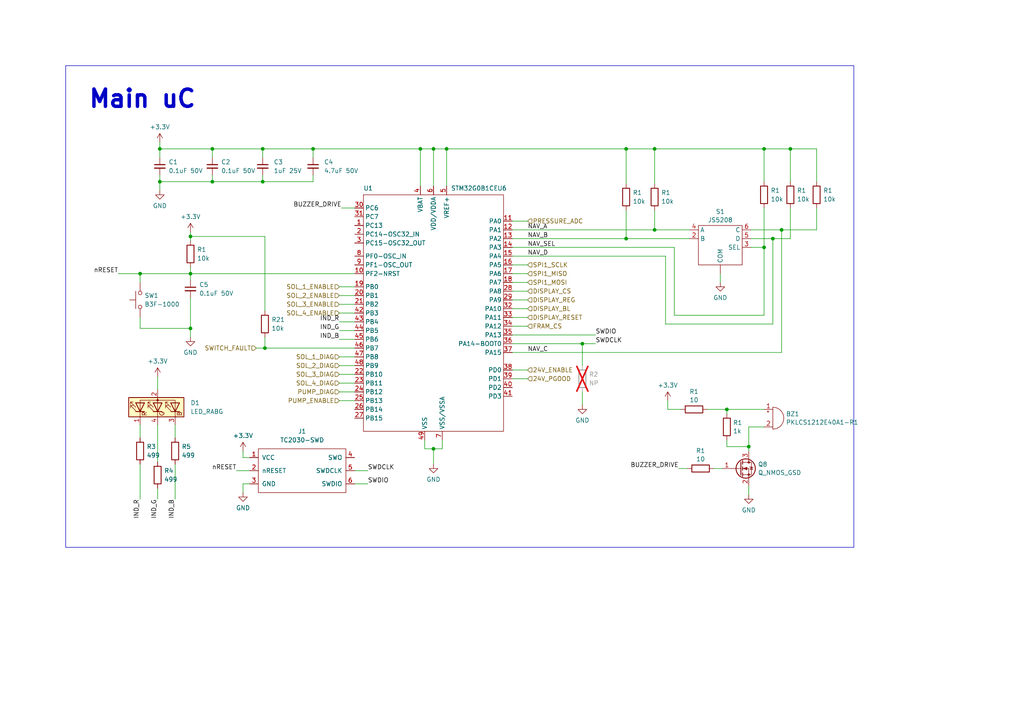
<source format=kicad_sch>
(kicad_sch (version 20230121) (generator eeschema)
  (paper "A4")
  (lib_symbols
    (symbol "Custom Parts:JS5208"
      (property "Reference" "S" (at 5.8 5.08 0))
      (property "Value" "JS5208" (at -2.54 5.08 0))
      (symbol "JS5208_0_1"
        (polyline (pts (xy -6.35 3.81) (xy -6.35 -7.62) (xy 6.35 -7.62) (xy 6.35 3.81) (xy -6.35 3.81)))
      )
      (symbol "JS5208_1_1"
        (pin input line (at 0 -10.16 90) (length 2.54) (name "COM") (number ""))
        (pin input line (at -8.89 0 0) (length 2.54) (name "B") (number "2"))
        (pin input line (at 8.89 -2.54 180) (length 2.54) (name "SEL") (number "3"))
        (pin input line (at -8.89 2.54 0) (length 2.54) (name "A") (number "4"))
        (pin input line (at 8.89 0 180) (length 2.54) (name "D") (number "5"))
        (pin input line (at 8.89 2.54 180) (length 2.54) (name "C") (number "6"))
      )
    )
    (symbol "Custom:STM32G0B1CEU6"
      (property "Reference" "U" (at -19.685 34.925 0))
      (property "Value" "STM32G0B1CEU6" (at 12.065 -33.655 0))
      (symbol "STM32G0B1CEU6_0_1"
        (polyline (pts (xy -20.32 33.02) (xy -20.32 -35.56)) (stroke (width 0.1524)))
        (polyline (pts (xy -20.32 33.02) (xy 20.32 33.02) (xy 20.32 -35.56) (xy -20.32 -35.56)) (stroke (width 0.1524)))
      )
      (symbol "STM32G0B1CEU6_1_1"
        (pin input line (at -22.86 24.13 0) (length 2.54) (name "PC13") (number "1"))
        (pin input line (at -22.86 10.16 0) (length 2.54) (name "PF2-NRST") (number "10"))
        (pin input line (at 22.86 25.4 180) (length 2.54) (name "PA0") (number "11"))
        (pin input line (at 22.86 22.86 180) (length 2.54) (name "PA1") (number "12"))
        (pin input line (at 22.86 20.32 180) (length 2.54) (name "PA2") (number "13"))
        (pin input line (at 22.86 17.78 180) (length 2.54) (name "PA3") (number "14"))
        (pin input line (at 22.86 15.24 180) (length 2.54) (name "PA4") (number "15"))
        (pin input line (at 22.86 12.7 180) (length 2.54) (name "PA5") (number "16"))
        (pin input line (at 22.86 10.16 180) (length 2.54) (name "PA6") (number "17"))
        (pin input line (at 22.86 7.62 180) (length 2.54) (name "PA7") (number "18"))
        (pin input line (at -22.86 6.35 0) (length 2.54) (name "PB0") (number "19"))
        (pin input line (at -22.86 21.59 0) (length 2.54) (name "PC14-OSC32_IN") (number "2"))
        (pin input line (at -22.86 3.81 0) (length 2.54) (name "PB1") (number "20"))
        (pin input line (at -22.86 1.27 0) (length 2.54) (name "PB2") (number "21"))
        (pin input line (at -22.86 -19.05 0) (length 2.54) (name "PB10") (number "22"))
        (pin input line (at -22.86 -21.59 0) (length 2.54) (name "PB11") (number "23"))
        (pin input line (at -22.86 -24.13 0) (length 2.54) (name "PB12") (number "24"))
        (pin input line (at -22.86 -26.67 0) (length 2.54) (name "PB13") (number "25"))
        (pin input line (at -22.86 -29.21 0) (length 2.54) (name "PB14") (number "26"))
        (pin input line (at -22.86 -31.75 0) (length 2.54) (name "PB15") (number "27"))
        (pin input line (at 22.86 5.08 180) (length 2.54) (name "PA8") (number "28"))
        (pin input line (at 22.86 2.54 180) (length 2.54) (name "PA9") (number "29"))
        (pin input line (at -22.86 19.05 0) (length 2.54) (name "PC15-OSC32_OUT") (number "3"))
        (pin input line (at -22.86 29.21 0) (length 2.54) (name "PC6") (number "30"))
        (pin input line (at -22.86 26.67 0) (length 2.54) (name "PC7") (number "31"))
        (pin input line (at 22.86 0 180) (length 2.54) (name "PA10") (number "32"))
        (pin input line (at 22.86 -2.54 180) (length 2.54) (name "PA11") (number "33"))
        (pin input line (at 22.86 -5.08 180) (length 2.54) (name "PA12") (number "34"))
        (pin input line (at 22.86 -7.62 180) (length 2.54) (name "PA13") (number "35"))
        (pin input line (at 22.86 -10.16 180) (length 2.54) (name "PA14-BOOT0") (number "36"))
        (pin input line (at 22.86 -12.7 180) (length 2.54) (name "PA15") (number "37"))
        (pin input line (at 22.86 -17.78 180) (length 2.54) (name "PD0") (number "38"))
        (pin input line (at 22.86 -20.32 180) (length 2.54) (name "PD1") (number "39"))
        (pin input line (at -3.81 35.56 270) (length 2.54) (name "VBAT") (number "4"))
        (pin input line (at 22.86 -22.86 180) (length 2.54) (name "PD2") (number "40"))
        (pin input line (at 22.86 -25.4 180) (length 2.54) (name "PD3") (number "41"))
        (pin input line (at -22.86 -1.27 0) (length 2.54) (name "PB3") (number "42"))
        (pin input line (at -22.86 -3.81 0) (length 2.54) (name "PB4") (number "43"))
        (pin input line (at -22.86 -6.35 0) (length 2.54) (name "PB5") (number "44"))
        (pin input line (at -22.86 -8.89 0) (length 2.54) (name "PB6") (number "45"))
        (pin input line (at -22.86 -11.43 0) (length 2.54) (name "PB7") (number "46"))
        (pin input line (at -22.86 -13.97 0) (length 2.54) (name "PB8") (number "47"))
        (pin input line (at -22.86 -16.51 0) (length 2.54) (name "PB9") (number "48"))
        (pin input line (at -2.54 -38.1 90) (length 2.54) (name "VSS") (number "49"))
        (pin input line (at 3.81 35.56 270) (length 2.54) (name "VREF+") (number "5"))
        (pin input line (at 0 35.56 270) (length 2.54) (name "VDD/VDDA") (number "6"))
        (pin input line (at 2.54 -38.1 90) (length 2.54) (name "VSS/VSSA") (number "7"))
        (pin input line (at -22.86 15.24 0) (length 2.54) (name "PF0-OSC_IN") (number "8"))
        (pin input line (at -22.86 12.7 0) (length 2.54) (name "PF1-OSC_OUT") (number "9"))
      )
    )
    (symbol "Custom:TC2030-SWD" (pin_names (offset 1.016))
      (property "Reference" "J" (at -11.43 7.62 0))
      (property "Value" "TC2030-SWD" (at 6.35 7.62 0))
      (symbol "TC2030-SWD_0_1"
        (rectangle (start -12.7 6.35) (end 12.7 -6.35))
      )
      (symbol "TC2030-SWD_1_1"
        (pin bidirectional line (at -15.24 3.81 0) (length 2.54) (name "VCC") (number "1"))
        (pin bidirectional line (at -15.24 0 0) (length 2.54) (name "nRESET") (number "2"))
        (pin bidirectional line (at -15.24 -3.81 0) (length 2.54) (name "GND") (number "3"))
        (pin bidirectional line (at 15.24 3.81 180) (length 2.54) (name "SWO") (number "4"))
        (pin bidirectional line (at 15.24 0 180) (length 2.54) (name "SWDCLK") (number "5"))
        (pin bidirectional line (at 15.24 -3.81 180) (length 2.54) (name "SWDIO") (number "6"))
      )
    )
    (symbol "Device:Buzzer" (pin_names (offset 0.0254) hide)
      (property "Reference" "BZ" (at 3.81 1.27 0))
      (property "Value" "Buzzer" (at 3.81 -1.27 0))
      (symbol "Buzzer_0_1"
        (arc (start 0 -3.175) (mid 3.1612 0) (end 0 3.175))
        (polyline (pts (xy -1.651 1.905) (xy -1.143 1.905)))
        (polyline (pts (xy -1.397 2.159) (xy -1.397 1.651)))
        (polyline (pts (xy 0 3.175) (xy 0 -3.175)))
      )
      (symbol "Buzzer_1_1"
        (pin passive line (at -2.54 2.54 0) (length 2.54) (name "-") (number "1"))
        (pin passive line (at -2.54 -2.54 0) (length 2.54) (name "+") (number "2"))
      )
    )
    (symbol "Device:C_Small" (pin_numbers hide) (pin_names (offset 0.254) hide)
      (property "Reference" "C" (at 0.254 1.778 0))
      (property "Value" "C_Small" (at 0.254 -2.032 0))
      (symbol "C_Small_0_1"
        (polyline (pts (xy -1.524 -0.508) (xy 1.524 -0.508)) (stroke (width 0.3302)))
        (polyline (pts (xy -1.524 0.508) (xy 1.524 0.508)) (stroke (width 0.3048)))
      )
      (symbol "C_Small_1_1"
        (pin passive line (at 0 2.54 270) (length 2.032) (name "~") (number "1"))
        (pin passive line (at 0 -2.54 90) (length 2.032) (name "~") (number "2"))
      )
    )
    (symbol "Device:LED_RABG" (pin_names (offset 0) hide)
      (property "Reference" "D" (at 0 9.398 0))
      (property "Value" "LED_RABG" (at 0 -8.89 0))
      (symbol "LED_RABG_0_0"
        (text "B" (at -1.905 -6.35 0) (effects (font (size 1.27 1.27))))
        (text "G" (at -1.905 -1.27 0) (effects (font (size 1.27 1.27))))
        (text "R" (at -1.905 3.81 0) (effects (font (size 1.27 1.27))))
      )
      (symbol "LED_RABG_0_1"
        (polyline (pts (xy -1.27 -5.08) (xy -2.54 -5.08)))
        (polyline (pts (xy -1.27 -5.08) (xy 1.27 -5.08)))
        (polyline (pts (xy -1.27 -3.81) (xy -1.27 -6.35)) (stroke (width 0.254)))
        (polyline (pts (xy -1.27 0) (xy -2.54 0)))
        (polyline (pts (xy -1.27 1.27) (xy -1.27 -1.27)) (stroke (width 0.254)))
        (polyline (pts (xy -1.27 5.08) (xy -2.54 5.08)))
        (polyline (pts (xy -1.27 5.08) (xy 1.27 5.08)))
        (polyline (pts (xy -1.27 6.35) (xy -1.27 3.81)) (stroke (width 0.254)))
        (polyline (pts (xy 1.27 0) (xy -1.27 0)))
        (polyline (pts (xy 1.27 0) (xy 2.54 0)))
        (polyline (pts (xy -1.27 1.27) (xy -1.27 -1.27) (xy -1.27 -1.27)))
        (polyline (pts (xy -1.27 6.35) (xy -1.27 3.81) (xy -1.27 3.81)))
        (polyline (pts (xy 1.27 -5.08) (xy 2.032 -5.08) (xy 2.032 5.08) (xy 1.27 5.08)))
        (polyline (pts (xy 1.27 -3.81) (xy 1.27 -6.35) (xy -1.27 -5.08) (xy 1.27 -3.81)) (stroke (width 0.254)))
        (polyline (pts (xy 1.27 1.27) (xy 1.27 -1.27) (xy -1.27 0) (xy 1.27 1.27)) (stroke (width 0.254)))
        (polyline (pts (xy 1.27 6.35) (xy 1.27 3.81) (xy -1.27 5.08) (xy 1.27 6.35)) (stroke (width 0.254)))
        (polyline (pts (xy -1.016 -3.81) (xy 0.508 -2.286) (xy -0.254 -2.286) (xy 0.508 -2.286) (xy 0.508 -3.048)))
        (polyline (pts (xy -1.016 1.27) (xy 0.508 2.794) (xy -0.254 2.794) (xy 0.508 2.794) (xy 0.508 2.032)))
        (polyline (pts (xy -1.016 6.35) (xy 0.508 7.874) (xy -0.254 7.874) (xy 0.508 7.874) (xy 0.508 7.112)))
        (polyline (pts (xy 0 -3.81) (xy 1.524 -2.286) (xy 0.762 -2.286) (xy 1.524 -2.286) (xy 1.524 -3.048)))
        (polyline (pts (xy 0 1.27) (xy 1.524 2.794) (xy 0.762 2.794) (xy 1.524 2.794) (xy 1.524 2.032)))
        (polyline (pts (xy 0 6.35) (xy 1.524 7.874) (xy 0.762 7.874) (xy 1.524 7.874) (xy 1.524 7.112)))
        (rectangle (start 1.27 -1.27) (end 1.27 1.27))
        (rectangle (start 1.27 1.27) (end 1.27 1.27))
        (rectangle (start 1.27 3.81) (end 1.27 6.35))
        (rectangle (start 1.27 6.35) (end 1.27 6.35))
        (circle (center 2.032 0) (radius 0.254) (fill (type outline)))
        (rectangle (start 2.794 8.382) (end -2.794 -7.62) (stroke (width 0.254)) (fill (type background)))
      )
      (symbol "LED_RABG_1_1"
        (pin passive line (at -5.08 5.08 0) (length 2.54) (name "RK") (number "1"))
        (pin passive line (at 5.08 0 180) (length 2.54) (name "A") (number "2"))
        (pin passive line (at -5.08 -5.08 0) (length 2.54) (name "BK") (number "3"))
        (pin passive line (at -5.08 0 0) (length 2.54) (name "GK") (number "4"))
      )
    )
    (symbol "Device:Q_NMOS_GSD" (pin_names (offset 0) hide)
      (property "Reference" "Q" (at 5.08 1.27 0))
      (property "Value" "Q_NMOS_GSD" (at 5.08 -1.27 0))
      (symbol "Q_NMOS_GSD_0_1"
        (polyline (pts (xy 0.254 0) (xy -2.54 0)))
        (polyline (pts (xy 0.254 1.905) (xy 0.254 -1.905)) (stroke (width 0.254)))
        (polyline (pts (xy 0.762 -1.27) (xy 0.762 -2.286)) (stroke (width 0.254)))
        (polyline (pts (xy 0.762 0.508) (xy 0.762 -0.508)) (stroke (width 0.254)))
        (polyline (pts (xy 0.762 2.286) (xy 0.762 1.27)) (stroke (width 0.254)))
        (polyline (pts (xy 2.54 2.54) (xy 2.54 1.778)))
        (polyline (pts (xy 2.54 -2.54) (xy 2.54 0) (xy 0.762 0)))
        (polyline (pts (xy 0.762 -1.778) (xy 3.302 -1.778) (xy 3.302 1.778) (xy 0.762 1.778)))
        (polyline (pts (xy 1.016 0) (xy 2.032 0.381) (xy 2.032 -0.381) (xy 1.016 0)) (fill (type outline)))
        (polyline (pts (xy 2.794 0.508) (xy 2.921 0.381) (xy 3.683 0.381) (xy 3.81 0.254)))
        (polyline (pts (xy 3.302 0.381) (xy 2.921 -0.254) (xy 3.683 -0.254) (xy 3.302 0.381)))
        (circle (center 1.651 0) (radius 2.794) (stroke (width 0.254)))
        (circle (center 2.54 -1.778) (radius 0.254) (fill (type outline)))
        (circle (center 2.54 1.778) (radius 0.254) (fill (type outline)))
      )
      (symbol "Q_NMOS_GSD_1_1"
        (pin input line (at -5.08 0 0) (length 2.54) (name "G") (number "1"))
        (pin passive line (at 2.54 -5.08 90) (length 2.54) (name "S") (number "2"))
        (pin passive line (at 2.54 5.08 270) (length 2.54) (name "D") (number "3"))
      )
    )
    (symbol "Device:R" (pin_numbers hide) (pin_names (offset 0))
      (property "Reference" "R" (at 2.032 0 90))
      (property "Value" "R" (at 0 0 90))
      (symbol "R_0_1"
        (rectangle (start -1.016 -2.54) (end 1.016 2.54) (stroke (width 0.254)))
      )
      (symbol "R_1_1"
        (pin passive line (at 0 3.81 270) (length 1.27) (name "~") (number "1"))
        (pin passive line (at 0 -3.81 90) (length 1.27) (name "~") (number "2"))
      )
    )
    (symbol "Switch:SW_Push" (pin_numbers hide) (pin_names (offset 1.016) hide)
      (property "Reference" "SW" (at 1.27 2.54 0))
      (property "Value" "SW_Push" (at 0 -1.524 0))
      (symbol "SW_Push_0_1"
        (circle (center -2.032 0) (radius 0.508))
        (polyline (pts (xy 0 1.27) (xy 0 3.048)))
        (polyline (pts (xy 2.54 1.27) (xy -2.54 1.27)))
        (circle (center 2.032 0) (radius 0.508))
        (pin passive line (at -5.08 0 0) (length 2.54) (name "1") (number "1"))
        (pin passive line (at 5.08 0 180) (length 2.54) (name "2") (number "2"))
      )
    )
    (symbol "power:+3.3V" (power) (pin_names (offset 0))
      (property "Value" "+3.3V" (at 0 3.556 0))
      (symbol "+3.3V_0_1"
        (polyline (pts (xy -0.762 1.27) (xy 0 2.54)))
        (polyline (pts (xy 0 0) (xy 0 2.54)))
        (polyline (pts (xy 0 2.54) (xy 0.762 1.27)))
      )
      (symbol "+3.3V_1_1"
        (pin power_in line (at 0 0 90) (length 0) hide (name "+3.3V") (number "1"))
      )
    )
    (symbol "power:GND" (power) (pin_names (offset 0))
      (property "Value" "GND" (at 0 -3.81 0))
      (symbol "GND_0_1"
        (polyline (pts (xy 0 0) (xy 0 -1.27) (xy 1.27 -1.27) (xy 0 -2.54) (xy -1.27 -1.27) (xy 0 -1.27)))
      )
      (symbol "GND_1_1"
        (pin power_in line (at 0 0 270) (length 0) hide (name "GND") (number "1"))
      )
    )
  )
  (junction (at 168.91 99.695))
  (junction (at 221.615 71.755))
  (junction (at 55.245 79.375))
  (junction (at 76.835 100.965))
  (junction (at 125.73 43.18))
  (junction (at 181.61 43.18))
  (junction (at 55.245 95.25))
  (junction (at 40.64 79.375))
  (junction (at 90.805 43.18))
  (junction (at 46.355 43.18))
  (junction (at 181.61 69.215))
  (junction (at 121.92 43.18))
  (junction (at 189.865 43.18))
  (junction (at 226.695 66.675))
  (junction (at 76.2 43.18))
  (junction (at 221.615 43.18))
  (junction (at 129.54 43.18))
  (junction (at 46.355 52.705))
  (junction (at 189.865 66.675))
  (junction (at 210.82 118.745))
  (junction (at 125.73 130.175))
  (junction (at 224.155 69.215))
  (junction (at 55.245 68.58))
  (junction (at 217.17 129.54))
  (junction (at 76.2 52.705))
  (junction (at 61.595 43.18))
  (junction (at 61.595 52.705))
  (junction (at 229.235 43.18))
  (wire (pts (xy 189.865 43.18) (xy 189.865 53.34)))
  (wire (pts (xy 181.61 43.18) (xy 189.865 43.18)))
  (wire (pts (xy 195.58 91.44) (xy 195.58 71.755)))
  (wire (pts (xy 70.485 132.715) (xy 72.39 132.715)))
  (wire (pts (xy 98.425 88.265) (xy 102.87 88.265)))
  (wire (pts (xy 193.04 74.295) (xy 193.04 93.98)))
  (wire (pts (xy 76.835 68.58) (xy 76.835 90.17)))
  (wire (pts (xy 196.85 135.89) (xy 199.39 135.89)))
  (wire (pts (xy 195.58 71.755) (xy 148.59 71.755)))
  (wire (pts (xy 128.27 127.635) (xy 128.27 130.175)))
  (wire (pts (xy 226.695 102.235) (xy 148.59 102.235)))
  (wire (pts (xy 102.87 140.335) (xy 106.68 140.335)))
  (wire (pts (xy 221.615 43.18) (xy 221.615 52.705)))
  (wire (pts (xy 148.59 86.995) (xy 153.035 86.995)))
  (wire (pts (xy 181.61 60.96) (xy 181.61 69.215)))
  (wire (pts (xy 98.425 108.585) (xy 102.87 108.585)))
  (wire (pts (xy 55.245 79.375) (xy 102.87 79.375)))
  (wire (pts (xy 236.855 66.675) (xy 236.855 60.325)))
  (wire (pts (xy 210.82 127.635) (xy 210.82 129.54)))
  (wire (pts (xy 229.235 43.18) (xy 229.235 52.705)))
  (wire (pts (xy 148.59 76.835) (xy 153.035 76.835)))
  (wire (pts (xy 98.425 90.805) (xy 102.87 90.805)))
  (wire (pts (xy 46.355 43.18) (xy 61.595 43.18)))
  (wire (pts (xy 50.8 134.62) (xy 50.8 144.78)))
  (wire (pts (xy 123.19 130.175) (xy 123.19 127.635)))
  (wire (pts (xy 55.245 86.36) (xy 55.245 95.25)))
  (wire (pts (xy 121.92 43.18) (xy 121.92 53.975)))
  (wire (pts (xy 148.59 64.135) (xy 153.035 64.135)))
  (wire (pts (xy 125.73 53.975) (xy 125.73 43.18)))
  (wire (pts (xy 102.87 136.525) (xy 106.68 136.525)))
  (wire (pts (xy 148.59 109.855) (xy 153.035 109.855)))
  (wire (pts (xy 148.59 81.915) (xy 153.035 81.915)))
  (wire (pts (xy 148.59 74.295) (xy 193.04 74.295)))
  (wire (pts (xy 189.865 60.96) (xy 189.865 66.675)))
  (wire (pts (xy 181.61 69.215) (xy 200.025 69.215)))
  (wire (pts (xy 221.615 71.755) (xy 221.615 91.44)))
  (wire (pts (xy 98.425 93.345) (xy 102.87 93.345)))
  (wire (pts (xy 76.2 43.18) (xy 90.805 43.18)))
  (wire (pts (xy 210.82 118.745) (xy 210.82 120.015)))
  (wire (pts (xy 34.29 79.375) (xy 40.64 79.375)))
  (wire (pts (xy 129.54 43.18) (xy 129.54 53.975)))
  (wire (pts (xy 226.695 66.675) (xy 226.695 102.235)))
  (wire (pts (xy 98.425 83.185) (xy 102.87 83.185)))
  (wire (pts (xy 148.59 79.375) (xy 153.035 79.375)))
  (wire (pts (xy 229.235 69.215) (xy 229.235 60.325)))
  (wire (pts (xy 46.355 52.705) (xy 46.355 55.245)))
  (wire (pts (xy 45.72 123.19) (xy 45.72 133.985)))
  (wire (pts (xy 168.91 99.695) (xy 172.72 99.695)))
  (wire (pts (xy 221.615 123.825) (xy 217.17 123.825)))
  (wire (pts (xy 55.245 68.58) (xy 76.835 68.58)))
  (wire (pts (xy 90.805 52.705) (xy 90.805 50.8)))
  (wire (pts (xy 148.59 69.215) (xy 181.61 69.215)))
  (wire (pts (xy 181.61 43.18) (xy 181.61 53.34)))
  (wire (pts (xy 125.73 43.18) (xy 129.54 43.18)))
  (wire (pts (xy 40.64 123.19) (xy 40.64 127)))
  (wire (pts (xy 210.82 129.54) (xy 217.17 129.54)))
  (wire (pts (xy 125.73 130.175) (xy 123.19 130.175)))
  (wire (pts (xy 217.17 123.825) (xy 217.17 129.54)))
  (wire (pts (xy 55.245 77.47) (xy 55.245 79.375)))
  (wire (pts (xy 148.59 89.535) (xy 153.035 89.535)))
  (wire (pts (xy 168.91 113.665) (xy 168.91 117.475)))
  (wire (pts (xy 40.64 92.075) (xy 40.64 95.25)))
  (wire (pts (xy 90.805 43.18) (xy 90.805 45.72)))
  (wire (pts (xy 55.245 95.25) (xy 55.245 97.79)))
  (wire (pts (xy 45.72 141.605) (xy 45.72 144.78)))
  (wire (pts (xy 61.595 52.705) (xy 76.2 52.705)))
  (wire (pts (xy 224.155 69.215) (xy 217.805 69.215)))
  (wire (pts (xy 55.245 68.58) (xy 55.245 69.85)))
  (wire (pts (xy 129.54 43.18) (xy 181.61 43.18)))
  (wire (pts (xy 224.155 69.215) (xy 229.235 69.215)))
  (wire (pts (xy 90.805 43.18) (xy 121.92 43.18)))
  (wire (pts (xy 193.04 93.98) (xy 224.155 93.98)))
  (wire (pts (xy 217.805 71.755) (xy 221.615 71.755)))
  (wire (pts (xy 98.425 106.045) (xy 102.87 106.045)))
  (wire (pts (xy 189.865 43.18) (xy 221.615 43.18)))
  (wire (pts (xy 70.485 130.81) (xy 70.485 132.715)))
  (wire (pts (xy 76.2 52.705) (xy 90.805 52.705)))
  (wire (pts (xy 61.595 50.8) (xy 61.595 52.705)))
  (wire (pts (xy 98.425 116.205) (xy 102.87 116.205)))
  (wire (pts (xy 217.17 140.97) (xy 217.17 143.51)))
  (wire (pts (xy 217.17 129.54) (xy 217.17 130.81)))
  (wire (pts (xy 55.245 79.375) (xy 55.245 81.28)))
  (wire (pts (xy 76.835 97.79) (xy 76.835 100.965)))
  (wire (pts (xy 148.59 94.615) (xy 153.035 94.615)))
  (wire (pts (xy 98.425 113.665) (xy 102.87 113.665)))
  (wire (pts (xy 207.01 135.89) (xy 209.55 135.89)))
  (wire (pts (xy 236.855 43.18) (xy 236.855 52.705)))
  (wire (pts (xy 148.59 99.695) (xy 168.91 99.695)))
  (wire (pts (xy 224.155 93.98) (xy 224.155 69.215)))
  (wire (pts (xy 72.39 140.335) (xy 70.485 140.335)))
  (wire (pts (xy 40.64 79.375) (xy 55.245 79.375)))
  (wire (pts (xy 221.615 60.325) (xy 221.615 71.755)))
  (wire (pts (xy 148.59 107.315) (xy 153.035 107.315)))
  (wire (pts (xy 193.675 116.205) (xy 193.675 118.745)))
  (wire (pts (xy 55.245 67.31) (xy 55.245 68.58)))
  (wire (pts (xy 50.8 123.19) (xy 50.8 127)))
  (wire (pts (xy 189.865 66.675) (xy 200.025 66.675)))
  (wire (pts (xy 148.59 97.155) (xy 172.72 97.155)))
  (wire (pts (xy 98.425 98.425) (xy 102.87 98.425)))
  (wire (pts (xy 46.355 52.705) (xy 61.595 52.705)))
  (wire (pts (xy 210.82 118.745) (xy 221.615 118.745)))
  (wire (pts (xy 45.72 109.22) (xy 45.72 113.03)))
  (wire (pts (xy 98.425 95.885) (xy 102.87 95.885)))
  (wire (pts (xy 68.58 136.525) (xy 72.39 136.525)))
  (wire (pts (xy 61.595 43.18) (xy 76.2 43.18)))
  (wire (pts (xy 205.105 118.745) (xy 210.82 118.745)))
  (wire (pts (xy 168.91 99.695) (xy 168.91 106.045)))
  (wire (pts (xy 217.805 66.675) (xy 226.695 66.675)))
  (wire (pts (xy 208.915 79.375) (xy 208.915 81.915)))
  (wire (pts (xy 98.425 111.125) (xy 102.87 111.125)))
  (wire (pts (xy 125.73 134.62) (xy 125.73 130.175)))
  (wire (pts (xy 40.64 79.375) (xy 40.64 81.915)))
  (wire (pts (xy 76.835 100.965) (xy 102.87 100.965)))
  (wire (pts (xy 121.92 43.18) (xy 125.73 43.18)))
  (wire (pts (xy 128.27 130.175) (xy 125.73 130.175)))
  (wire (pts (xy 61.595 43.18) (xy 61.595 45.72)))
  (wire (pts (xy 70.485 140.335) (xy 70.485 142.875)))
  (wire (pts (xy 221.615 91.44) (xy 195.58 91.44)))
  (wire (pts (xy 40.64 134.62) (xy 40.64 144.78)))
  (wire (pts (xy 221.615 43.18) (xy 229.235 43.18)))
  (wire (pts (xy 76.2 43.18) (xy 76.2 45.72)))
  (wire (pts (xy 229.235 43.18) (xy 236.855 43.18)))
  (wire (pts (xy 98.425 103.505) (xy 102.87 103.505)))
  (wire (pts (xy 99.06 60.325) (xy 102.87 60.325)))
  (wire (pts (xy 193.675 118.745) (xy 197.485 118.745)))
  (wire (pts (xy 148.59 84.455) (xy 153.035 84.455)))
  (wire (pts (xy 40.64 95.25) (xy 55.245 95.25)))
  (wire (pts (xy 74.295 100.965) (xy 76.835 100.965)))
  (wire (pts (xy 46.355 41.275) (xy 46.355 43.18)))
  (wire (pts (xy 76.2 50.8) (xy 76.2 52.705)))
  (wire (pts (xy 148.59 92.075) (xy 153.035 92.075)))
  (wire (pts (xy 46.355 43.18) (xy 46.355 45.72)))
  (wire (pts (xy 148.59 66.675) (xy 189.865 66.675)))
  (wire (pts (xy 98.425 85.725) (xy 102.87 85.725)))
  (wire (pts (xy 226.695 66.675) (xy 236.855 66.675)))
  (wire (pts (xy 46.355 50.8) (xy 46.355 52.705)))
  (rectangle (start 19.05 19.05) (end 247.65 158.75))
  (text "Main uC" (at 25.4 31.75 0) (effects (font (size 5 5) bold) (justify left bottom)))
  (label "IND_G" (at 98.425 95.885 180))
  (label "BUZZER_DRIVE" (at 99.06 60.325 180))
  (label "NAV_D" (at 153.035 74.295 0))
  (label "SWDCLK" (at 106.68 136.525 0))
  (label "IND_R" (at 40.64 144.78 270))
  (label "IND_B" (at 98.425 98.425 180))
  (label "SWDIO" (at 106.68 140.335 0))
  (label "NAV_C" (at 153.035 102.235 0))
  (label "BUZZER_DRIVE" (at 196.85 135.89 180))
  (label "IND_B" (at 50.8 144.78 270))
  (label "SWDIO" (at 172.72 97.155 0))
  (label "NAV_SEL" (at 153.035 71.755 0))
  (label "IND_G" (at 45.72 144.78 270))
  (label "SWDCLK" (at 172.72 99.695 0))
  (label "nRESET" (at 34.29 79.375 180))
  (label "NAV_B" (at 153.035 69.215 0))
  (label "IND_R" (at 98.425 93.345 180))
  (label "nRESET" (at 68.58 136.525 180))
  (label "NAV_A" (at 153.035 66.675 0))
  (hierarchical_label "SPI1_SCLK" (shape input) (at 153.035 76.835 0))
  (hierarchical_label "DISPLAY_BL" (shape input) (at 153.035 89.535 0))
  (hierarchical_label "DISPLAY_REG" (shape input) (at 153.035 86.995 0))
  (hierarchical_label "SOL_1_ENABLE" (shape input) (at 98.425 83.185 180))
  (hierarchical_label "PRESSURE_ADC" (shape input) (at 153.035 64.135 0))
  (hierarchical_label "FRAM_CS" (shape input) (at 153.035 94.615 0))
  (hierarchical_label "SOL_4_DIAG" (shape input) (at 98.425 111.125 180))
  (hierarchical_label "DISPLAY_CS" (shape input) (at 153.035 84.455 0))
  (hierarchical_label "SPI1_MISO" (shape input) (at 153.035 79.375 0))
  (hierarchical_label "SPI1_MOSI" (shape input) (at 153.035 81.915 0))
  (hierarchical_label "PUMP_ENABLE" (shape input) (at 98.425 116.205 180))
  (hierarchical_label "24V_ENABLE" (shape input) (at 153.035 107.315 0))
  (hierarchical_label "SOL_4_ENABLE" (shape input) (at 98.425 90.805 180))
  (hierarchical_label "24V_PGOOD" (shape input) (at 153.035 109.855 0))
  (hierarchical_label "SOL_2_DIAG" (shape input) (at 98.425 106.045 180))
  (hierarchical_label "PUMP_DIAG" (shape input) (at 98.425 113.665 180))
  (hierarchical_label "SOL_3_ENABLE" (shape input) (at 98.425 88.265 180))
  (hierarchical_label "SWITCH_FAULT" (shape input) (at 74.295 100.965 180))
  (hierarchical_label "SOL_2_ENABLE" (shape input) (at 98.425 85.725 180))
  (hierarchical_label "SOL_1_DIAG" (shape input) (at 98.425 103.505 180))
  (hierarchical_label "DISPLAY_RESET" (shape input) (at 153.035 92.075 0))
  (hierarchical_label "SOL_3_DIAG" (shape input) (at 98.425 108.585 180))
  (symbol (lib_id "Device:R") (at 76.835 93.98 0) (unit 1)
    (property "Reference" "R21" (at 78.74 92.71 0) (effects (justify left)))
    (property "Value" "10k" (at 78.74 95.25 0) (effects (justify left)))
    (property "Footprint" "Resistor_SMD:R_0805_2012Metric" (effects hide))
    (instances (project "bilge-vacuum" (path "" (reference "R21") (unit 1)) (path "" (reference "R5") (unit 1))))
  )
  (symbol (lib_id "power:GND") (at 55.245 97.79 0) (unit 1)
    (property "Reference" "#PWR03" (effects hide))
    (property "Value" "GND" (at 55.245 102.235 0))
    (instances (project "bilge-vacuum" (path "" (reference "#PWR03") (unit 1)) (path "" (reference "#PWR05") (unit 1))))
  )
  (symbol (lib_id "Device:R") (at 236.855 56.515 0) (unit 1)
    (property "Reference" "R1" (at 238.76 55.245 0) (effects (justify left)))
    (property "Value" "10k" (at 238.76 57.785 0) (effects (justify left)))
    (property "Footprint" "Resistor_SMD:R_0805_2012Metric" (effects hide))
    (instances (project "bilge-vacuum" (path "" (reference "R1") (unit 1)) (path "" (reference "R53") (unit 1))))
  )
  (symbol (lib_id "Device:R") (at 221.615 56.515 0) (unit 1)
    (property "Reference" "R1" (at 223.52 55.245 0) (effects (justify left)))
    (property "Value" "10k" (at 223.52 57.785 0) (effects (justify left)))
    (property "Footprint" "Resistor_SMD:R_0805_2012Metric" (effects hide))
    (instances (project "bilge-vacuum" (path "" (reference "R1") (unit 1)) (path "" (reference "R51") (unit 1))))
  )
  (symbol (lib_id "power:+3.3V") (at 46.355 41.275 0) (unit 1)
    (property "Reference" "#PWR02" (effects hide))
    (property "Value" "+3.3V" (at 46.355 36.83 0))
  )
  (symbol (lib_id "Device:C_Small") (at 55.245 83.82 0) (unit 1)
    (property "Reference" "C5" (at 57.785 82.5563 0) (effects (justify left)))
    (property "Value" "0.1uF 50V" (at 57.785 85.0963 0) (effects (justify left)))
    (property "Footprint" "Capacitor_SMD:C_0805_2012Metric" (effects hide))
    (instances (project "bilge-vacuum" (path "" (reference "C5") (unit 1)) (path "" (reference "C2") (unit 1))))
  )
  (symbol (lib_id "Custom:STM32G0B1CEU6") (at 125.73 89.535 0) (unit 1)
    (property "Reference" "U1" (at 105.41 54.61 0) (effects (justify left)))
    (property "Value" "STM32G0B1CEU6" (at 130.81 54.61 0) (effects (justify left)))
    (property "Footprint" "Custom Parts:UFQFPN-48" (effects hide))
  )
  (symbol (lib_id "Device:Buzzer") (at 224.155 121.285 0) (unit 1)
    (property "Reference" "BZ1" (at 227.9512 120.0729 0) (effects (justify left)))
    (property "Value" "PKLCS1212E40A1-R1" (at 227.9512 122.4971 0) (effects (justify left)))
    (property "Footprint" "Custom Parts:PKLCS1212E40A1-R1" (effects hide))
  )
  (symbol (lib_id "Device:C_Small") (at 76.2 48.26 0) (unit 1)
    (property "Reference" "C3" (at 79.375 46.9963 0) (effects (justify left)))
    (property "Value" "1uF 25V" (at 79.375 49.5363 0) (effects (justify left)))
    (property "Footprint" "Capacitor_SMD:C_0805_2012Metric" (effects hide))
    (instances (project "bilge-vacuum" (path "" (reference "C3") (unit 1)) (path "" (reference "C4") (unit 1))))
  )
  (symbol (lib_id "Custom:TC2030-SWD") (at 87.63 136.525 0) (unit 1)
    (property "Reference" "J1" (at 87.63 125.095 0))
    (property "Value" "TC2030-SWD" (at 87.63 127.635 0))
    (property "Footprint" "Custom Parts:TC2030-IDC-FP" (effects hide))
  )
  (symbol (lib_id "Device:C_Small") (at 61.595 48.26 0) (unit 1)
    (property "Reference" "C2" (at 64.135 46.9963 0) (effects (justify left)))
    (property "Value" "0.1uF 50V" (at 64.135 49.5363 0) (effects (justify left)))
    (property "Footprint" "Capacitor_SMD:C_0805_2012Metric" (effects hide))
    (instances (project "bilge-vacuum" (path "" (reference "C2") (unit 1)) (path "" (reference "C3") (unit 1))))
  )
  (symbol (lib_id "power:GND") (at 46.355 55.245 0) (unit 1)
    (property "Reference" "#PWR01" (effects hide))
    (property "Value" "GND" (at 46.355 59.69 0))
    (instances (project "bilge-vacuum" (path "" (reference "#PWR01") (unit 1)) (path "" (reference "#PWR03") (unit 1))))
  )
  (symbol (lib_id "Switch:SW_Push") (at 40.64 86.995 90) (unit 1)
    (property "Reference" "SW1" (at 41.91 85.725 90) (effects (justify right)))
    (property "Value" "B3F-1000" (at 41.91 88.265 90) (effects (justify right)))
    (property "Footprint" "Button_Switch_THT:SW_PUSH_6mm" (effects hide))
  )
  (symbol (lib_id "Device:R") (at 201.295 118.745 90) (unit 1)
    (property "Reference" "R1" (at 201.295 113.5847 90))
    (property "Value" "10" (at 201.295 116.0089 90))
    (property "Footprint" "Resistor_SMD:R_0805_2012Metric" (effects hide))
    (instances (project "bilge-vacuum" (path "" (reference "R1") (unit 1)) (path "" (reference "R54") (unit 1))))
  )
  (symbol (lib_id "power:+3.3V") (at 45.72 109.22 0) (unit 1)
    (property "Reference" "#PWR07" (effects hide))
    (property "Value" "+3.3V" (at 45.72 104.775 0))
    (instances (project "bilge-vacuum" (path "" (reference "#PWR07") (unit 1)) (path "" (reference "#PWR01") (unit 1))))
  )
  (symbol (lib_id "power:+3.3V") (at 55.245 67.31 0) (unit 1)
    (property "Reference" "#PWR04" (effects hide))
    (property "Value" "+3.3V" (at 55.245 62.865 0))
  )
  (symbol (lib_id "Device:R") (at 40.64 130.81 0) (unit 1)
    (property "Reference" "R3" (at 42.545 129.54 0) (effects (justify left)))
    (property "Value" "499" (at 42.545 132.08 0) (effects (justify left)))
    (property "Footprint" "Resistor_SMD:R_0805_2012Metric" (effects hide))
    (instances (project "bilge-vacuum" (path "" (reference "R3") (unit 1)) (path "" (reference "R1") (unit 1))))
  )
  (symbol (lib_id "Device:R") (at 210.82 123.825 180) (unit 1)
    (property "Reference" "R1" (at 212.598 122.6129 0) (effects (justify right)))
    (property "Value" "1k" (at 212.598 125.0371 0) (effects (justify right)))
    (property "Footprint" "Resistor_SMD:R_0805_2012Metric" (effects hide))
    (instances (project "bilge-vacuum" (path "" (reference "R1") (unit 1)) (path "" (reference "R56") (unit 1))))
  )
  (symbol (lib_id "power:GND") (at 70.485 142.875 0) (unit 1)
    (property "Reference" "#PWR08" (effects hide))
    (property "Value" "GND" (at 70.485 147.32 0))
    (instances (project "bilge-vacuum" (path "" (reference "#PWR08") (unit 1)) (path "" (reference "#PWR07") (unit 1))))
  )
  (symbol (lib_id "Device:R") (at 45.72 137.795 0) (unit 1)
    (property "Reference" "R4" (at 47.625 136.525 0) (effects (justify left)))
    (property "Value" "499" (at 47.625 139.065 0) (effects (justify left)))
    (property "Footprint" "Resistor_SMD:R_0805_2012Metric" (effects hide))
    (instances (project "bilge-vacuum" (path "" (reference "R4") (unit 1)) (path "" (reference "R2") (unit 1))))
  )
  (symbol (lib_id "Device:R") (at 229.235 56.515 0) (unit 1)
    (property "Reference" "R1" (at 231.14 55.245 0) (effects (justify left)))
    (property "Value" "10k" (at 231.14 57.785 0) (effects (justify left)))
    (property "Footprint" "Resistor_SMD:R_0805_2012Metric" (effects hide))
    (instances (project "bilge-vacuum" (path "" (reference "R1") (unit 1)) (path "" (reference "R52") (unit 1))))
  )
  (symbol (lib_id "power:GND") (at 217.17 143.51 0) (unit 1)
    (property "Reference" "#PWR06" (effects hide))
    (property "Value" "GND" (at 217.17 147.955 0))
    (instances (project "bilge-vacuum" (path "" (reference "#PWR06") (unit 1)) (path "" (reference "#PWR058") (unit 1))))
  )
  (symbol (lib_id "Device:R") (at 203.2 135.89 90) (unit 1)
    (property "Reference" "R1" (at 203.2 130.7297 90))
    (property "Value" "10" (at 203.2 133.1539 90))
    (property "Footprint" "Resistor_SMD:R_0805_2012Metric" (effects hide))
    (instances (project "bilge-vacuum" (path "" (reference "R1") (unit 1)) (path "" (reference "R55") (unit 1))))
  )
  (symbol (lib_id "Device:Q_NMOS_GSD") (at 214.63 135.89 0) (unit 1)
    (property "Reference" "Q8" (at 219.837 134.6779 0) (effects (justify left)))
    (property "Value" "Q_NMOS_GSD" (at 219.837 137.1021 0) (effects (justify left)))
    (property "Footprint" "Package_TO_SOT_SMD:SOT-23-3" (effects hide))
    (instances (project "bilge-vacuum" (path "" (reference "Q8") (unit 1)) (path "" (reference "Q8") (unit 1)) (path "" (reference "Q10") (unit 1))))
  )
  (symbol (lib_id "power:GND") (at 168.91 117.475 0) (unit 1)
    (property "Reference" "#PWR06" (effects hide))
    (property "Value" "GND" (at 168.91 121.92 0))
    (instances (project "bilge-vacuum" (path "" (reference "#PWR06") (unit 1)) (path "" (reference "#PWR09") (unit 1))))
  )
  (symbol (lib_id "Device:C_Small") (at 90.805 48.26 0) (unit 1)
    (property "Reference" "C4" (at 93.98 46.9963 0) (effects (justify left)))
    (property "Value" "4.7uF 50V" (at 93.98 49.5363 0) (effects (justify left)))
    (property "Footprint" "Capacitor_SMD:C_0805_2012Metric" (effects hide))
    (instances (project "bilge-vacuum" (path "" (reference "C4") (unit 1)) (path "" (reference "C5") (unit 1))))
  )
  (symbol (lib_id "power:+3.3V") (at 70.485 130.81 0) (unit 1)
    (property "Reference" "#PWR09" (effects hide))
    (property "Value" "+3.3V" (at 70.485 126.365 0))
    (instances (project "bilge-vacuum" (path "" (reference "#PWR09") (unit 1)) (path "" (reference "#PWR06") (unit 1))))
  )
  (symbol (lib_id "Device:R") (at 168.91 109.855 0) (unit 1) (dnp yes)
    (property "Reference" "R2" (at 170.815 108.585 0) (effects (justify left)))
    (property "Value" "NP" (at 170.815 111.125 0) (effects (justify left)))
    (instances (project "bilge-vacuum" (path "" (reference "R2") (unit 1)) (path "" (reference "R21") (unit 1))))
  )
  (symbol (lib_id "Device:R") (at 181.61 57.15 0) (unit 1)
    (property "Reference" "R1" (at 183.515 55.88 0) (effects (justify left)))
    (property "Value" "10k" (at 183.515 58.42 0) (effects (justify left)))
    (property "Footprint" "Resistor_SMD:R_0805_2012Metric" (effects hide))
    (instances (project "bilge-vacuum" (path "" (reference "R1") (unit 1)) (path "" (reference "R49") (unit 1))))
  )
  (symbol (lib_id "power:GND") (at 125.73 134.62 0) (unit 1)
    (property "Reference" "#PWR05" (effects hide))
    (property "Value" "GND" (at 125.73 139.065 0))
    (instances (project "bilge-vacuum" (path "" (reference "#PWR05") (unit 1)) (path "" (reference "#PWR08") (unit 1))))
  )
  (symbol (lib_id "Custom Parts:JS5208") (at 208.915 69.215 0) (unit 1)
    (property "Reference" "S1" (at 208.915 61.3877 0))
    (property "Value" "JS5208" (at 208.915 63.8119 0))
    (property "Footprint" "Custom Parts:JS5208" (effects hide))
  )
  (symbol (lib_id "Device:C_Small") (at 46.355 48.26 0) (unit 1)
    (property "Reference" "C1" (at 48.895 46.9963 0) (effects (justify left)))
    (property "Value" "0.1uF 50V" (at 48.895 49.5363 0) (effects (justify left)))
    (property "Footprint" "Capacitor_SMD:C_0805_2012Metric" (effects hide))
  )
  (symbol (lib_id "Device:R") (at 55.245 73.66 0) (unit 1)
    (property "Reference" "R1" (at 57.15 72.39 0) (effects (justify left)))
    (property "Value" "10k" (at 57.15 74.93 0) (effects (justify left)))
    (property "Footprint" "Resistor_SMD:R_0805_2012Metric" (effects hide))
    (instances (project "bilge-vacuum" (path "" (reference "R1") (unit 1)) (path "" (reference "R4") (unit 1))))
  )
  (symbol (lib_id "Device:R") (at 189.865 57.15 0) (unit 1)
    (property "Reference" "R1" (at 191.77 55.88 0) (effects (justify left)))
    (property "Value" "10k" (at 191.77 58.42 0) (effects (justify left)))
    (property "Footprint" "Resistor_SMD:R_0805_2012Metric" (effects hide))
    (instances (project "bilge-vacuum" (path "" (reference "R1") (unit 1)) (path "" (reference "R50") (unit 1))))
  )
  (symbol (lib_id "Device:R") (at 50.8 130.81 0) (unit 1)
    (property "Reference" "R5" (at 52.705 129.54 0) (effects (justify left)))
    (property "Value" "499" (at 52.705 132.08 0) (effects (justify left)))
    (property "Footprint" "Resistor_SMD:R_0805_2012Metric" (effects hide))
    (instances (project "bilge-vacuum" (path "" (reference "R5") (unit 1)) (path "" (reference "R3") (unit 1))))
  )
  (symbol (lib_id "power:+3.3V") (at 193.675 116.205 0) (unit 1)
    (property "Reference" "#PWR02" (effects hide))
    (property "Value" "+3.3V" (at 193.675 111.76 0))
    (instances (project "bilge-vacuum" (path "" (reference "#PWR02") (unit 1)) (path "" (reference "#PWR059") (unit 1))))
  )
  (symbol (lib_id "power:GND") (at 208.915 81.915 0) (unit 1)
    (property "Reference" "#PWR06" (effects hide))
    (property "Value" "GND" (at 208.915 86.36 0))
    (instances (project "bilge-vacuum" (path "" (reference "#PWR06") (unit 1)) (path "" (reference "#PWR017") (unit 1))))
  )
  (symbol (lib_id "Device:LED_RABG") (at 45.72 118.11 90) (unit 1)
    (property "Reference" "D1" (at 55.245 116.84 90) (effects (justify right)))
    (property "Value" "LED_RABG" (at 55.245 119.38 90) (effects (justify right)))
    (property "Footprint" "LED_SMD:LED_Cree-PLCC4_3.2x2.8mm_CCW" (effects hide))
  )
)
</source>
